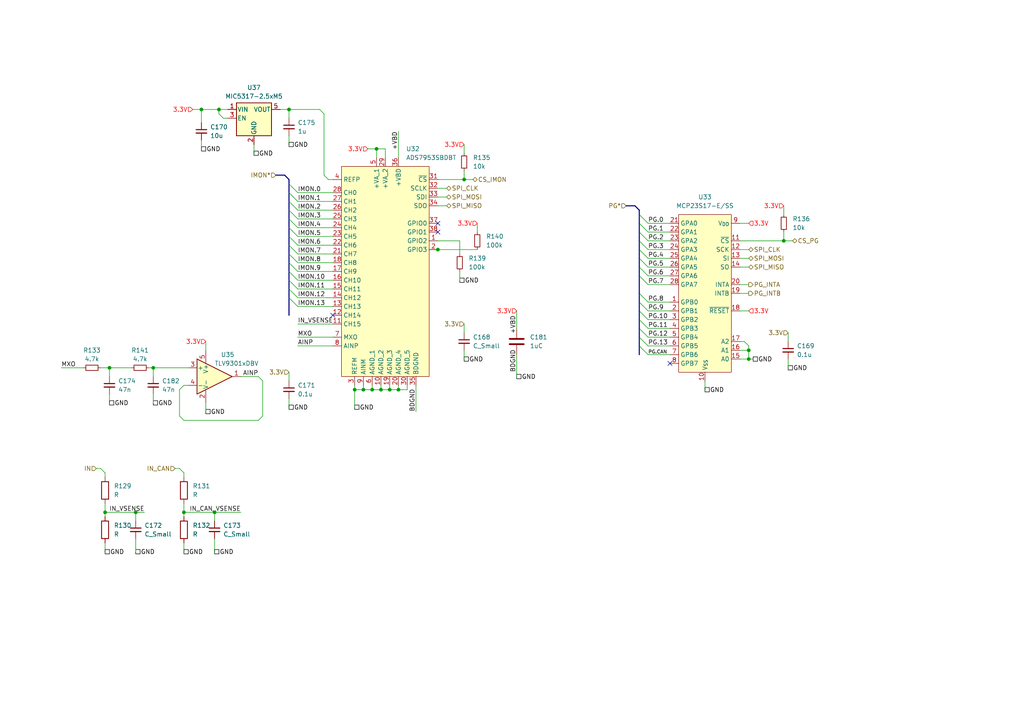
<source format=kicad_sch>
(kicad_sch (version 20231120) (generator "eeschema") (generator_version "8.0")
  (paper "A4")
  (lib_symbols
    (symbol "Amplifier_Operational:TLV9301xDBV" (pin_names (offset 0.127))
      (property "Reference" "U" (at -1.27 6.35 0))
      (property "Value" "TLV9301xDBV" (at -1.27 3.81 0))
      (symbol "TLV9301xDBV_0_1"
        (polyline (pts (xy -5.08 5.08) (xy 5.08 0) (xy -5.08 -5.08) (xy -5.08 5.08)) (stroke (width 0.254)) (fill (type background)))
        (pin power_in line (at -2.54 -7.62 90) (length 3.81) (name "V-") (number "2"))
        (pin power_in line (at -2.54 7.62 270) (length 3.81) (name "V+") (number "5"))
      )
      (symbol "TLV9301xDBV_1_1"
        (pin output line (at 7.62 0 180) (length 2.54) (name "~") (number "1"))
        (pin input line (at -7.62 2.54 0) (length 2.54) (name "+") (number "3"))
        (pin input line (at -7.62 -2.54 0) (length 2.54) (name "-") (number "4"))
      )
    )
    (symbol "Device:C" (pin_numbers hide) (pin_names (offset 0.254))
      (property "Reference" "C" (at 0.635 2.54 0))
      (property "Value" "C" (at 0.635 -2.54 0))
      (symbol "C_0_1"
        (polyline (pts (xy -2.032 -0.762) (xy 2.032 -0.762)) (stroke (width 0.508)))
        (polyline (pts (xy -2.032 0.762) (xy 2.032 0.762)) (stroke (width 0.508)))
      )
      (symbol "C_1_1"
        (pin passive line (at 0 3.81 270) (length 2.794) (name "~") (number "1"))
        (pin passive line (at 0 -3.81 90) (length 2.794) (name "~") (number "2"))
      )
    )
    (symbol "Device:C_Small" (pin_numbers hide) (pin_names (offset 0.254) hide)
      (property "Reference" "C" (at 0.254 1.778 0))
      (property "Value" "C_Small" (at 0.254 -2.032 0))
      (symbol "C_Small_0_1"
        (polyline (pts (xy -1.524 -0.508) (xy 1.524 -0.508)) (stroke (width 0.3302)))
        (polyline (pts (xy -1.524 0.508) (xy 1.524 0.508)) (stroke (width 0.3048)))
      )
      (symbol "C_Small_1_1"
        (pin passive line (at 0 2.54 270) (length 2.032) (name "~") (number "1"))
        (pin passive line (at 0 -2.54 90) (length 2.032) (name "~") (number "2"))
      )
    )
    (symbol "Device:R" (pin_numbers hide) (pin_names (offset 0))
      (property "Reference" "R" (at 2.032 0 90))
      (property "Value" "R" (at 0 0 90))
      (symbol "R_0_1"
        (rectangle (start -1.016 -2.54) (end 1.016 2.54) (stroke (width 0.254)))
      )
      (symbol "R_1_1"
        (pin passive line (at 0 3.81 270) (length 1.27) (name "~") (number "1"))
        (pin passive line (at 0 -3.81 90) (length 1.27) (name "~") (number "2"))
      )
    )
    (symbol "Device:R_Small" (pin_numbers hide) (pin_names (offset 0.254) hide)
      (property "Reference" "R" (at 0.762 0.508 0))
      (property "Value" "R_Small" (at 0.762 -1.016 0))
      (symbol "R_Small_0_1"
        (rectangle (start -0.762 1.778) (end 0.762 -1.778) (stroke (width 0.2032)))
      )
      (symbol "R_Small_1_1"
        (pin passive line (at 0 2.54 270) (length 0.762) (name "~") (number "1"))
        (pin passive line (at 0 -2.54 90) (length 0.762) (name "~") (number "2"))
      )
    )
    (symbol "PowerDistributionUnitLib:ADS7953SBDBT"
      (property "Reference" "U" (at -11.43 31.496 0))
      (property "Value" "ADS7953SBDBT" (at 12.7 31.496 0))
      (symbol "ADS7953SBDBT_1_1"
        (rectangle (start -12.7 30.48) (end 12.7 -30.48) (fill (type background)))
        (pin input line (at 15.24 8.89 180) (length 2.54) (name "GPIO2") (number "1"))
        (pin input line (at -1.27 -33.02 90) (length 2.54) (name "AGND_2") (number "10"))
        (pin input line (at -15.24 -15.24 0) (length 2.54) (name "CH15") (number "11"))
        (pin input line (at -15.24 -12.7 0) (length 2.54) (name "CH14") (number "12"))
        (pin input line (at -15.24 -10.16 0) (length 2.54) (name "CH13") (number "13"))
        (pin input line (at -15.24 -7.62 0) (length 2.54) (name "CH12") (number "14"))
        (pin input line (at -15.24 -5.08 0) (length 2.54) (name "CH11") (number "15"))
        (pin input line (at -15.24 -2.54 0) (length 2.54) (name "CH10") (number "16"))
        (pin input line (at -15.24 0 0) (length 2.54) (name "CH9") (number "17"))
        (pin input line (at -15.24 2.54 0) (length 2.54) (name "CH8") (number "18"))
        (pin input line (at 1.27 -33.02 90) (length 2.54) (name "AGND_3") (number "19"))
        (pin input line (at 15.24 6.35 180) (length 2.54) (name "GPIO3") (number "2"))
        (pin input line (at 3.81 -33.02 90) (length 2.54) (name "AGND_4") (number "20"))
        (pin input line (at -15.24 5.08 0) (length 2.54) (name "CH7") (number "21"))
        (pin input line (at -15.24 7.62 0) (length 2.54) (name "CH6") (number "22"))
        (pin input line (at -15.24 10.16 0) (length 2.54) (name "CH5") (number "23"))
        (pin input line (at -15.24 12.7 0) (length 2.54) (name "CH4") (number "24"))
        (pin input line (at -15.24 15.24 0) (length 2.54) (name "CH3") (number "25"))
        (pin input line (at -15.24 17.78 0) (length 2.54) (name "CH2") (number "26"))
        (pin input line (at -15.24 20.32 0) (length 2.54) (name "CH1") (number "27"))
        (pin input line (at -15.24 22.86 0) (length 2.54) (name "CH0") (number "28"))
        (pin input line (at 0 33.02 270) (length 2.54) (name "+VA_2") (number "29"))
        (pin input line (at -8.89 -33.02 90) (length 2.54) (name "REFM") (number "3"))
        (pin input line (at 6.35 -33.02 90) (length 2.54) (name "AGND_5") (number "30"))
        (pin input line (at 15.24 26.67 180) (length 2.54) (name "~{CS}") (number "31"))
        (pin input line (at 15.24 24.13 180) (length 2.54) (name "SCLK") (number "32"))
        (pin input line (at 15.24 21.59 180) (length 2.54) (name "SDI") (number "33"))
        (pin input line (at 15.24 19.05 180) (length 2.54) (name "SDO") (number "34"))
        (pin input line (at 8.89 -33.02 90) (length 2.54) (name "BDGND") (number "35"))
        (pin input line (at 3.81 33.02 270) (length 2.54) (name "+VBD") (number "36"))
        (pin input line (at 15.24 13.97 180) (length 2.54) (name "GPIO0") (number "37"))
        (pin input line (at 15.24 11.43 180) (length 2.54) (name "GPIO1") (number "38"))
        (pin input line (at -15.24 26.67 0) (length 2.54) (name "REFP") (number "4"))
        (pin input line (at -2.54 33.02 270) (length 2.54) (name "+VA_1") (number "5"))
        (pin input line (at -3.81 -33.02 90) (length 2.54) (name "AGND_1") (number "6"))
        (pin input line (at -15.24 -19.05 0) (length 2.54) (name "MXO") (number "7"))
        (pin input line (at -15.24 -21.59 0) (length 2.54) (name "AINP") (number "8"))
        (pin input line (at -6.35 -33.02 90) (length 2.54) (name "AINM") (number "9"))
      )
    )
    (symbol "PowerDistributionUnitLib:MCP23S17-E/SS"
      (property "Reference" "U" (at -7.112 23.876 0))
      (property "Value" "MCP23S17-E/SS" (at 4.572 23.876 0))
      (symbol "MCP23S17-E/SS_1_1"
        (rectangle (start -7.62 22.86) (end 7.62 -22.86) (fill (type background)))
        (pin input line (at 10.16 -2.54 180) (length 2.54) (name "GPB0") (number "1"))
        (pin input line (at 0 -25.4 90) (length 2.54) (name "V_{SS}") (number "10"))
        (pin input line (at -10.16 15.24 0) (length 2.54) (name "~{CS}") (number "11"))
        (pin input line (at -10.16 12.7 0) (length 2.54) (name "SCK") (number "12"))
        (pin input line (at -10.16 10.16 0) (length 2.54) (name "SI") (number "13"))
        (pin input line (at -10.16 7.62 0) (length 2.54) (name "SO") (number "14"))
        (pin input line (at -10.16 -19.05 0) (length 2.54) (name "A0") (number "15"))
        (pin input line (at -10.16 -16.51 0) (length 2.54) (name "A1") (number "16"))
        (pin input line (at -10.16 -13.97 0) (length 2.54) (name "A2") (number "17"))
        (pin input line (at -10.16 -5.08 0) (length 2.54) (name "~{RESET}") (number "18"))
        (pin input line (at -10.16 0 0) (length 2.54) (name "INTB") (number "19"))
        (pin input line (at 10.16 -5.08 180) (length 2.54) (name "GPB1") (number "2"))
        (pin input line (at -10.16 2.54 0) (length 2.54) (name "INTA") (number "20"))
        (pin input line (at 10.16 20.32 180) (length 2.54) (name "GPA0") (number "21"))
        (pin input line (at 10.16 17.78 180) (length 2.54) (name "GPA1") (number "22"))
        (pin input line (at 10.16 15.24 180) (length 2.54) (name "GPA2") (number "23"))
        (pin input line (at 10.16 12.7 180) (length 2.54) (name "GPA3") (number "24"))
        (pin input line (at 10.16 10.16 180) (length 2.54) (name "GPA4") (number "25"))
        (pin input line (at 10.16 7.62 180) (length 2.54) (name "GPA5") (number "26"))
        (pin input line (at 10.16 5.08 180) (length 2.54) (name "GPA6") (number "27"))
        (pin input line (at 10.16 2.54 180) (length 2.54) (name "GPA7") (number "28"))
        (pin input line (at 10.16 -7.62 180) (length 2.54) (name "GPB2") (number "3"))
        (pin input line (at 10.16 -10.16 180) (length 2.54) (name "GPB3") (number "4"))
        (pin input line (at 10.16 -12.7 180) (length 2.54) (name "GPB4") (number "5"))
        (pin input line (at 10.16 -15.24 180) (length 2.54) (name "GPB5") (number "6"))
        (pin input line (at 10.16 -17.78 180) (length 2.54) (name "GPB6") (number "7"))
        (pin input line (at 10.16 -20.32 180) (length 2.54) (name "GPB7") (number "8"))
        (pin input line (at -10.16 20.32 0) (length 2.54) (name "V_{DD}") (number "9"))
      )
    )
    (symbol "Regulator_Linear:MIC5317-2.5xM5" (pin_names (offset 0.254))
      (property "Reference" "U" (at -6.35 6.35 0))
      (property "Value" "MIC5317-2.5xM5" (at 0 6.35 0))
      (symbol "MIC5317-2.5xM5_0_1"
        (rectangle (start -5.08 4.445) (end 5.08 -5.08) (stroke (width 0.254)) (fill (type background)))
      )
      (symbol "MIC5317-2.5xM5_1_1"
        (pin power_in line (at -7.62 2.54 0) (length 2.54) (name "VIN") (number "1"))
        (pin power_in line (at 0 -7.62 90) (length 2.54) (name "GND") (number "2"))
        (pin input line (at -7.62 0 0) (length 2.54) (name "EN") (number "3"))
        (pin no_connect line (at 5.08 0 180) (length 2.54) hide (name "NC") (number "4"))
        (pin power_out line (at 7.62 2.54 180) (length 2.54) (name "VOUT") (number "5"))
      )
    )
  )
  (junction (at 44.45 106.68))
  (junction (at 39.37 148.59))
  (junction (at 63.5 31.75))
  (junction (at 62.23 148.59))
  (junction (at 217.17 101.6))
  (junction (at 83.82 31.75))
  (junction (at 134.62 52.07))
  (junction (at 217.17 104.14))
  (junction (at 109.22 43.18))
  (junction (at 127 72.39))
  (junction (at 53.34 148.59))
  (junction (at 58.42 31.75))
  (junction (at 115.57 113.03))
  (junction (at 107.95 113.03))
  (junction (at 31.75 106.68))
  (junction (at 105.41 113.03))
  (junction (at 102.87 113.03))
  (junction (at 227.33 69.85))
  (junction (at 110.49 113.03))
  (junction (at 113.03 113.03))
  (junction (at 30.48 148.59))
  (no_connect (at 127 64.77))
  (no_connect (at 96.52 91.44))
  (no_connect (at 127 67.31))
  (no_connect (at 194.31 105.41))
  (bus_entry (at 185.42 97.79) (size 2.54 2.54))
  (bus_entry (at 185.42 92.71) (size 2.54 2.54))
  (bus_entry (at 83.82 60.96) (size 2.54 2.54))
  (bus_entry (at 185.42 80.01) (size 2.54 2.54))
  (bus_entry (at 83.82 63.5) (size 2.54 2.54))
  (bus_entry (at 185.42 100.33) (size 2.54 2.54))
  (bus_entry (at 185.42 62.23) (size 2.54 2.54))
  (bus_entry (at 83.82 86.36) (size 2.54 2.54))
  (bus_entry (at 185.42 67.31) (size 2.54 2.54))
  (bus_entry (at 83.82 83.82) (size 2.54 2.54))
  (bus_entry (at 185.42 64.77) (size 2.54 2.54))
  (bus_entry (at 185.42 90.17) (size 2.54 2.54))
  (bus_entry (at 83.82 53.34) (size 2.54 2.54))
  (bus_entry (at 83.82 73.66) (size 2.54 2.54))
  (bus_entry (at 83.82 66.04) (size 2.54 2.54))
  (bus_entry (at 83.82 68.58) (size 2.54 2.54))
  (bus_entry (at 185.42 77.47) (size 2.54 2.54))
  (bus_entry (at 83.82 76.2) (size 2.54 2.54))
  (bus_entry (at 185.42 95.25) (size 2.54 2.54))
  (bus_entry (at 83.82 55.88) (size 2.54 2.54))
  (bus_entry (at 185.42 87.63) (size 2.54 2.54))
  (bus_entry (at 83.82 58.42) (size 2.54 2.54))
  (bus_entry (at 185.42 72.39) (size 2.54 2.54))
  (bus_entry (at 185.42 69.85) (size 2.54 2.54))
  (bus_entry (at 185.42 74.93) (size 2.54 2.54))
  (bus_entry (at 185.42 85.09) (size 2.54 2.54))
  (bus_entry (at 83.82 71.12) (size 2.54 2.54))
  (bus_entry (at 83.82 81.28) (size 2.54 2.54))
  (bus_entry (at 83.82 78.74) (size 2.54 2.54))
  (wire (pts (xy 74.93 109.22) (xy 76.2 110.49)))
  (wire (pts (xy 83.82 31.75) (xy 92.71 31.75)))
  (wire (pts (xy 214.63 64.77) (xy 217.17 64.77)))
  (wire (pts (xy 134.62 93.98) (xy 134.62 96.52)))
  (bus (pts (xy 185.42 90.17) (xy 185.42 92.71)))
  (wire (pts (xy 29.21 106.68) (xy 31.75 106.68)))
  (wire (pts (xy 50.8 135.89) (xy 52.07 135.89)))
  (wire (pts (xy 63.5 31.75) (xy 66.04 31.75)))
  (bus (pts (xy 185.42 67.31) (xy 185.42 69.85)))
  (wire (pts (xy 86.36 81.28) (xy 96.52 81.28)))
  (wire (pts (xy 194.31 67.31) (xy 187.96 67.31)))
  (wire (pts (xy 58.42 40.64) (xy 58.42 43.18)))
  (wire (pts (xy 53.34 148.59) (xy 62.23 148.59)))
  (wire (pts (xy 59.69 99.06) (xy 59.69 101.6)))
  (wire (pts (xy 109.22 45.72) (xy 109.22 43.18)))
  (wire (pts (xy 194.31 90.17) (xy 187.96 90.17)))
  (bus (pts (xy 185.42 60.96) (xy 185.42 62.23)))
  (wire (pts (xy 214.63 72.39) (xy 217.17 72.39)))
  (wire (pts (xy 69.85 109.22) (xy 74.93 109.22)))
  (wire (pts (xy 73.66 44.45) (xy 73.66 41.91)))
  (wire (pts (xy 17.78 106.68) (xy 24.13 106.68)))
  (wire (pts (xy 74.93 121.92) (xy 76.2 120.65)))
  (wire (pts (xy 83.82 107.95) (xy 83.82 110.49)))
  (wire (pts (xy 217.17 101.6) (xy 217.17 104.14)))
  (wire (pts (xy 214.63 74.93) (xy 217.17 74.93)))
  (wire (pts (xy 133.35 78.74) (xy 133.35 81.28)))
  (wire (pts (xy 194.31 97.79) (xy 187.96 97.79)))
  (wire (pts (xy 95.25 52.07) (xy 96.52 52.07)))
  (wire (pts (xy 53.34 137.16) (xy 53.34 138.43)))
  (wire (pts (xy 102.87 113.03) (xy 102.87 118.11)))
  (wire (pts (xy 124.46 72.39) (xy 127 72.39)))
  (wire (pts (xy 194.31 72.39) (xy 187.96 72.39)))
  (wire (pts (xy 127 57.15) (xy 129.54 57.15)))
  (bus (pts (xy 83.82 71.12) (xy 83.82 73.66)))
  (wire (pts (xy 115.57 113.03) (xy 118.11 113.03)))
  (wire (pts (xy 83.82 115.57) (xy 83.82 118.11)))
  (wire (pts (xy 86.36 71.12) (xy 96.52 71.12)))
  (wire (pts (xy 27.94 135.89) (xy 29.21 135.89)))
  (bus (pts (xy 83.82 76.2) (xy 83.82 78.74)))
  (bus (pts (xy 82.55 50.8) (xy 83.82 52.07)))
  (wire (pts (xy 95.25 52.07) (xy 93.98 50.8)))
  (wire (pts (xy 86.36 58.42) (xy 96.52 58.42)))
  (bus (pts (xy 83.82 55.88) (xy 83.82 58.42)))
  (bus (pts (xy 83.82 63.5) (xy 83.82 66.04)))
  (wire (pts (xy 59.69 119.38) (xy 59.69 116.84)))
  (wire (pts (xy 107.95 111.76) (xy 107.95 113.03)))
  (wire (pts (xy 217.17 104.14) (xy 218.44 104.14)))
  (wire (pts (xy 194.31 77.47) (xy 187.96 77.47)))
  (wire (pts (xy 134.62 101.6) (xy 134.62 104.14)))
  (wire (pts (xy 194.31 74.93) (xy 187.96 74.93)))
  (wire (pts (xy 110.49 113.03) (xy 113.03 113.03)))
  (wire (pts (xy 120.65 119.38) (xy 120.65 111.76)))
  (wire (pts (xy 204.47 110.49) (xy 204.47 113.03)))
  (bus (pts (xy 185.42 69.85) (xy 185.42 72.39)))
  (wire (pts (xy 86.36 100.33) (xy 96.52 100.33)))
  (wire (pts (xy 86.36 78.74) (xy 96.52 78.74)))
  (wire (pts (xy 83.82 39.37) (xy 83.82 41.91)))
  (bus (pts (xy 185.42 62.23) (xy 185.42 64.77)))
  (wire (pts (xy 113.03 111.76) (xy 113.03 113.03)))
  (bus (pts (xy 185.42 85.09) (xy 185.42 87.63)))
  (wire (pts (xy 109.22 43.18) (xy 111.76 43.18)))
  (wire (pts (xy 52.07 120.65) (xy 53.34 121.92)))
  (wire (pts (xy 194.31 102.87) (xy 187.96 102.87)))
  (wire (pts (xy 115.57 38.1) (xy 115.57 45.72)))
  (wire (pts (xy 127 52.07) (xy 134.62 52.07)))
  (wire (pts (xy 187.96 64.77) (xy 194.31 64.77)))
  (wire (pts (xy 39.37 156.21) (xy 39.37 160.02)))
  (wire (pts (xy 30.48 148.59) (xy 39.37 148.59)))
  (bus (pts (xy 185.42 95.25) (xy 185.42 97.79)))
  (bus (pts (xy 83.82 58.42) (xy 83.82 60.96)))
  (wire (pts (xy 127 54.61) (xy 129.54 54.61)))
  (wire (pts (xy 52.07 135.89) (xy 53.34 137.16)))
  (wire (pts (xy 53.34 157.48) (xy 53.34 160.02)))
  (wire (pts (xy 215.9 99.06) (xy 217.17 100.33)))
  (wire (pts (xy 30.48 157.48) (xy 30.48 160.02)))
  (wire (pts (xy 31.75 106.68) (xy 31.75 109.22)))
  (wire (pts (xy 214.63 69.85) (xy 227.33 69.85)))
  (wire (pts (xy 83.82 31.75) (xy 83.82 34.29)))
  (wire (pts (xy 214.63 82.55) (xy 217.17 82.55)))
  (wire (pts (xy 62.23 156.21) (xy 62.23 160.02)))
  (wire (pts (xy 110.49 111.76) (xy 110.49 113.03)))
  (wire (pts (xy 39.37 148.59) (xy 41.91 148.59)))
  (wire (pts (xy 53.34 146.05) (xy 53.34 148.59)))
  (wire (pts (xy 43.18 106.68) (xy 44.45 106.68)))
  (wire (pts (xy 134.62 41.91) (xy 134.62 44.45)))
  (wire (pts (xy 39.37 148.59) (xy 39.37 151.13)))
  (wire (pts (xy 44.45 106.68) (xy 44.45 109.22)))
  (wire (pts (xy 62.23 148.59) (xy 62.23 151.13)))
  (bus (pts (xy 80.01 50.8) (xy 82.55 50.8)))
  (bus (pts (xy 185.42 74.93) (xy 185.42 77.47)))
  (wire (pts (xy 194.31 69.85) (xy 187.96 69.85)))
  (wire (pts (xy 86.36 73.66) (xy 96.52 73.66)))
  (wire (pts (xy 30.48 146.05) (xy 30.48 148.59)))
  (wire (pts (xy 86.36 68.58) (xy 96.52 68.58)))
  (wire (pts (xy 53.34 111.76) (xy 54.61 111.76)))
  (wire (pts (xy 102.87 113.03) (xy 105.41 113.03)))
  (wire (pts (xy 107.95 113.03) (xy 110.49 113.03)))
  (wire (pts (xy 63.5 31.75) (xy 63.5 33.02)))
  (bus (pts (xy 185.42 92.71) (xy 185.42 95.25)))
  (wire (pts (xy 194.31 80.01) (xy 187.96 80.01)))
  (bus (pts (xy 83.82 53.34) (xy 83.82 55.88)))
  (wire (pts (xy 214.63 90.17) (xy 217.17 90.17)))
  (wire (pts (xy 118.11 111.76) (xy 118.11 113.03)))
  (bus (pts (xy 83.82 78.74) (xy 83.82 81.28)))
  (wire (pts (xy 133.35 69.85) (xy 133.35 73.66)))
  (wire (pts (xy 30.48 137.16) (xy 30.48 138.43)))
  (wire (pts (xy 194.31 82.55) (xy 187.96 82.55)))
  (wire (pts (xy 113.03 113.03) (xy 115.57 113.03)))
  (wire (pts (xy 194.31 92.71) (xy 187.96 92.71)))
  (wire (pts (xy 194.31 95.25) (xy 187.96 95.25)))
  (wire (pts (xy 228.6 104.14) (xy 228.6 106.68)))
  (wire (pts (xy 227.33 69.85) (xy 229.87 69.85)))
  (wire (pts (xy 93.98 33.02) (xy 92.71 31.75)))
  (bus (pts (xy 83.82 60.96) (xy 83.82 63.5)))
  (wire (pts (xy 30.48 148.59) (xy 30.48 149.86)))
  (wire (pts (xy 127 59.69) (xy 129.54 59.69)))
  (wire (pts (xy 194.31 100.33) (xy 187.96 100.33)))
  (wire (pts (xy 214.63 77.47) (xy 217.17 77.47)))
  (wire (pts (xy 31.75 106.68) (xy 38.1 106.68)))
  (wire (pts (xy 214.63 85.09) (xy 217.17 85.09)))
  (wire (pts (xy 86.36 88.9) (xy 96.52 88.9)))
  (wire (pts (xy 227.33 59.69) (xy 227.33 62.23)))
  (bus (pts (xy 83.82 66.04) (xy 83.82 68.58)))
  (wire (pts (xy 149.86 90.17) (xy 149.86 95.25)))
  (bus (pts (xy 83.82 86.36) (xy 83.82 91.44)))
  (wire (pts (xy 227.33 67.31) (xy 227.33 69.85)))
  (bus (pts (xy 185.42 100.33) (xy 185.42 102.87)))
  (wire (pts (xy 214.63 99.06) (xy 215.9 99.06)))
  (wire (pts (xy 86.36 86.36) (xy 96.52 86.36)))
  (wire (pts (xy 53.34 148.59) (xy 53.34 149.86)))
  (wire (pts (xy 217.17 100.33) (xy 217.17 101.6)))
  (bus (pts (xy 83.82 52.07) (xy 83.82 53.34)))
  (wire (pts (xy 134.62 52.07) (xy 137.16 52.07)))
  (wire (pts (xy 76.2 110.49) (xy 76.2 120.65)))
  (wire (pts (xy 102.87 111.76) (xy 102.87 113.03)))
  (wire (pts (xy 86.36 66.04) (xy 96.52 66.04)))
  (wire (pts (xy 44.45 106.68) (xy 54.61 106.68)))
  (wire (pts (xy 86.36 93.98) (xy 96.52 93.98)))
  (wire (pts (xy 214.63 101.6) (xy 217.17 101.6)))
  (bus (pts (xy 185.42 77.47) (xy 185.42 80.01)))
  (bus (pts (xy 185.42 80.01) (xy 185.42 85.09)))
  (wire (pts (xy 86.36 60.96) (xy 96.52 60.96)))
  (wire (pts (xy 86.36 97.79) (xy 96.52 97.79)))
  (wire (pts (xy 127 69.85) (xy 133.35 69.85)))
  (wire (pts (xy 127 72.39) (xy 138.43 72.39)))
  (wire (pts (xy 62.23 148.59) (xy 69.85 148.59)))
  (bus (pts (xy 185.42 97.79) (xy 185.42 100.33)))
  (wire (pts (xy 86.36 63.5) (xy 96.52 63.5)))
  (wire (pts (xy 115.57 111.76) (xy 115.57 113.03)))
  (wire (pts (xy 53.34 111.76) (xy 52.07 113.03)))
  (wire (pts (xy 149.86 102.87) (xy 149.86 109.22)))
  (bus (pts (xy 185.42 64.77) (xy 185.42 67.31)))
  (wire (pts (xy 44.45 116.84) (xy 44.45 114.3)))
  (bus (pts (xy 184.15 59.69) (xy 185.42 60.96)))
  (wire (pts (xy 86.36 83.82) (xy 96.52 83.82)))
  (wire (pts (xy 64.77 34.29) (xy 63.5 33.02)))
  (wire (pts (xy 64.77 34.29) (xy 66.04 34.29)))
  (bus (pts (xy 181.61 59.69) (xy 184.15 59.69)))
  (wire (pts (xy 105.41 111.76) (xy 105.41 113.03)))
  (bus (pts (xy 83.82 83.82) (xy 83.82 86.36)))
  (bus (pts (xy 83.82 73.66) (xy 83.82 76.2)))
  (wire (pts (xy 29.21 135.89) (xy 30.48 137.16)))
  (wire (pts (xy 106.68 43.18) (xy 109.22 43.18)))
  (wire (pts (xy 138.43 64.77) (xy 138.43 67.31)))
  (bus (pts (xy 185.42 87.63) (xy 185.42 90.17)))
  (wire (pts (xy 53.34 121.92) (xy 74.93 121.92)))
  (bus (pts (xy 83.82 81.28) (xy 83.82 83.82)))
  (wire (pts (xy 58.42 31.75) (xy 58.42 35.56)))
  (wire (pts (xy 111.76 43.18) (xy 111.76 45.72)))
  (wire (pts (xy 93.98 50.8) (xy 93.98 33.02)))
  (wire (pts (xy 52.07 113.03) (xy 52.07 120.65)))
  (bus (pts (xy 185.42 72.39) (xy 185.42 74.93)))
  (wire (pts (xy 134.62 49.53) (xy 134.62 52.07)))
  (wire (pts (xy 214.63 104.14) (xy 217.17 104.14)))
  (wire (pts (xy 58.42 31.75) (xy 63.5 31.75)))
  (wire (pts (xy 31.75 116.84) (xy 31.75 114.3)))
  (wire (pts (xy 105.41 113.03) (xy 107.95 113.03)))
  (wire (pts (xy 86.36 76.2) (xy 96.52 76.2)))
  (wire (pts (xy 86.36 55.88) (xy 96.52 55.88)))
  (wire (pts (xy 228.6 96.52) (xy 228.6 99.06)))
  (wire (pts (xy 81.28 31.75) (xy 83.82 31.75)))
  (wire (pts (xy 55.88 31.75) (xy 58.42 31.75)))
  (bus (pts (xy 83.82 68.58) (xy 83.82 71.12)))
  (wire (pts (xy 194.31 87.63) (xy 187.96 87.63)))
  (label "MXO" (at 17.78 106.68 0))
  (label "PG.3" (at 187.96 72.39 0))
  (label "MXO" (at 86.36 97.79 0))
  (label "AINP" (at 74.93 109.22 180))
  (label "IMON.5" (at 86.36 68.58 0))
  (label "PG.5" (at 187.96 77.47 0))
  (label "IMON.6" (at 86.36 71.12 0))
  (label "+VBD" (at 149.86 91.44 270))
  (label "+VBD" (at 115.57 38.1 270))
  (label "PG.12" (at 187.96 97.79 0))
  (label "IMON.8" (at 86.36 76.2 0))
  (label "PG.10" (at 187.96 92.71 0))
  (label "IMON.2" (at 86.36 60.96 0))
  (label "IMON.1" (at 86.36 58.42 0))
  (label "IMON.4" (at 86.36 66.04 0))
  (label "PG.4" (at 187.96 74.93 0))
  (label "PG.6" (at 187.96 80.01 0))
  (label "PG.2" (at 187.96 69.85 0))
  (label "PG.0" (at 187.96 64.77 0))
  (label "PG.7" (at 187.96 82.55 0))
  (label "PG.CAN" (at 187.96 102.87 0) (effects (font (size 1 1))))
  (label "IMON.11" (at 86.36 83.82 0))
  (label "IMON.9" (at 86.36 78.74 0))
  (label "PG.8" (at 187.96 87.63 0))
  (label "PG.1" (at 187.96 67.31 0))
  (label "IMON.13" (at 86.36 88.9 0))
  (label "BDGND" (at 120.65 119.38 90))
  (label "PG.11" (at 187.96 95.25 0))
  (label "BDGND" (at 149.86 107.95 90))
  (label "IMON.0" (at 86.36 55.88 0))
  (label "IN_VSENSE" (at 41.91 148.59 180))
  (label "PG.13" (at 187.96 100.33 0))
  (label "IMON.12" (at 86.36 86.36 0))
  (label "IMON.7" (at 86.36 73.66 0))
  (label "IMON.3" (at 86.36 63.5 0))
  (label "PG.9" (at 187.96 90.17 0))
  (label "IMON.10" (at 86.36 81.28 0))
  (label "IN_VSENSE" (at 86.36 93.98 0))
  (label "AINP" (at 86.36 100.33 0))
  (label "IN_CAN_VSENSE" (at 69.85 148.59 180))
  (hierarchical_label "3.3V" (shape input) (at 149.86 90.17 180))
  (hierarchical_label "SPI_MOSI" (shape bidirectional) (at 217.17 74.93 0))
  (hierarchical_label "IN" (shape input) (at 27.94 135.89 180))
  (hierarchical_label "GND" (shape passive) (at 149.86 109.22 0))
  (hierarchical_label "SPI_MISO" (shape bidirectional) (at 129.54 59.69 0))
  (hierarchical_label "3.3V" (shape input) (at 138.43 64.77 180))
  (hierarchical_label "GND" (shape passive) (at 133.35 81.28 0))
  (hierarchical_label "CS_IMON" (shape bidirectional) (at 137.16 52.07 0))
  (hierarchical_label "GND" (shape passive) (at 31.75 116.84 0))
  (hierarchical_label "PG*" (shape input) (at 181.61 59.69 180))
  (hierarchical_label "SPI_MISO" (shape bidirectional) (at 217.17 77.47 0))
  (hierarchical_label "GND" (shape passive) (at 218.44 104.14 0))
  (hierarchical_label "GND" (shape passive) (at 134.62 104.14 0))
  (hierarchical_label "3.3V" (shape input) (at 217.17 90.17 0))
  (hierarchical_label "3.3V" (shape input) (at 228.6 96.52 180))
  (hierarchical_label "3.3V" (shape input) (at 134.62 41.91 180))
  (hierarchical_label "3.3V" (shape input) (at 227.33 59.69 180))
  (hierarchical_label "GND" (shape passive) (at 83.82 41.91 0))
  (hierarchical_label "GND" (shape passive) (at 83.82 118.11 0))
  (hierarchical_label "3.3V" (shape input) (at 55.88 31.75 180))
  (hierarchical_label "SPI_CLK" (shape bidirectional) (at 217.17 72.39 0))
  (hierarchical_label "GND" (shape passive) (at 39.37 160.02 0))
  (hierarchical_label "GND" (shape passive) (at 73.66 44.45 0))
  (hierarchical_label "PG_INTA" (shape output) (at 217.17 82.55 0))
  (hierarchical_label "3.3V" (shape input) (at 217.17 64.77 0))
  (hierarchical_label "SPI_MOSI" (shape bidirectional) (at 129.54 57.15 0))
  (hierarchical_label "PG_INTB" (shape output) (at 217.17 85.09 0))
  (hierarchical_label "GND" (shape passive) (at 53.34 160.02 0))
  (hierarchical_label "GND" (shape passive) (at 30.48 160.02 0))
  (hierarchical_label "3.3V" (shape input) (at 83.82 107.95 180))
  (hierarchical_label "GND" (shape passive) (at 59.69 119.38 0))
  (hierarchical_label "3.3V" (shape input) (at 134.62 93.98 180))
  (hierarchical_label "GND" (shape passive) (at 204.47 113.03 0))
  (hierarchical_label "3.3V" (shape input) (at 106.68 43.18 180))
  (hierarchical_label "CS_PG" (shape bidirectional) (at 229.87 69.85 0))
  (hierarchical_label "3.3V" (shape input) (at 59.69 99.06 180))
  (hierarchical_label "IN_CAN" (shape input) (at 50.8 135.89 180))
  (hierarchical_label "GND" (shape passive) (at 44.45 116.84 0))
  (hierarchical_label "IMON*" (shape input) (at 80.01 50.8 180))
  (hierarchical_label "GND" (shape passive) (at 102.87 118.11 0))
  (hierarchical_label "GND" (shape passive) (at 62.23 160.02 0))
  (hierarchical_label "SPI_CLK" (shape bidirectional) (at 129.54 54.61 0))
  (hierarchical_label "GND" (shape passive) (at 228.6 106.68 0))
  (hierarchical_label "GND" (shape passive) (at 58.42 43.18 0))
  (symbol (lib_id "Device:C_Small") (at 83.82 36.83 0) (unit 1)
    (property "Reference" "C175" (at 86.36 35.5662 0) (effects (justify left)))
    (property "Value" "1u" (at 86.36 38.1062 0) (effects (justify left)))
    (property "Description" "Unpolarized capacitor, small symbol" (effects (hide yes)))
  )
  (symbol (lib_id "Device:C_Small") (at 134.62 99.06 0) (unit 1)
    (property "Reference" "C168" (at 137.16 97.7962 0) (effects (justify left)))
    (property "Value" "C_Small" (at 137.16 100.3362 0) (effects (justify left)))
    (property "Description" "Unpolarized capacitor, small symbol" (effects (hide yes)))
  )
  (symbol (lib_id "Device:C_Small") (at 228.6 101.6 0) (unit 1)
    (property "Reference" "C169" (at 231.14 100.3362 0) (effects (justify left)))
    (property "Value" "0.1u" (at 231.14 102.8762 0) (effects (justify left)))
    (property "Description" "Unpolarized capacitor, small symbol" (effects (hide yes)))
  )
  (symbol (lib_id "Device:R") (at 53.34 153.67 0) (unit 1)
    (property "Reference" "R132" (at 55.88 152.3999 0) (effects (justify left)))
    (property "Value" "R" (at 55.88 154.9399 0) (effects (justify left)))
    (property "Description" "Resistor" (effects (hide yes)))
  )
  (symbol (lib_id "Device:C") (at 149.86 99.06 0) (unit 1)
    (property "Reference" "C181" (at 153.67 97.7899 0) (effects (justify left)))
    (property "Value" "1uC" (at 153.67 100.3299 0) (effects (justify left)))
    (property "Description" "Unpolarized capacitor" (effects (hide yes)))
  )
  (symbol (lib_id "Device:R_Small") (at 227.33 64.77 0) (unit 1)
    (property "Reference" "R136" (at 229.87 63.4999 0) (effects (justify left)))
    (property "Value" "10k" (at 229.87 66.0399 0) (effects (justify left)))
    (property "Description" "Resistor, small symbol" (effects (hide yes)))
  )
  (symbol (lib_id "Device:R") (at 30.48 142.24 0) (unit 1)
    (property "Reference" "R129" (at 33.02 140.9699 0) (effects (justify left)))
    (property "Value" "R" (at 33.02 143.5099 0) (effects (justify left)))
    (property "Description" "Resistor" (effects (hide yes)))
  )
  (symbol (lib_id "Device:R") (at 53.34 142.24 0) (unit 1)
    (property "Reference" "R131" (at 55.88 140.9699 0) (effects (justify left)))
    (property "Value" "R" (at 55.88 143.5099 0) (effects (justify left)))
    (property "Description" "Resistor" (effects (hide yes)))
  )
  (symbol (lib_id "Regulator_Linear:MIC5317-2.5xM5") (at 73.66 34.29 0) (unit 1)
    (property "Reference" "U37" (at 73.66 25.4 0))
    (property "Value" "MIC5317-2.5xM5" (at 73.66 27.94 0))
    (property "Footprint" "Package_TO_SOT_SMD:SOT-23-5" (effects (hide yes)))
    (property "Datasheet" "https://ww1.microchip.com/downloads/aemDocuments/documents/OTH/ProductDocuments/DataSheets/MIC5317-High-Performance-Single-150mA-LDO-DS20006195B.pdf" (effects (hide yes)))
    (property "Description" "150mA Low-dropout Voltage Regulator, Vout 2.5V, Vin up to 6V, SOT23-5" (effects (hide yes)))
  )
  (symbol (lib_id "Device:C_Small") (at 62.23 153.67 0) (unit 1)
    (property "Reference" "C173" (at 64.77 152.4062 0) (effects (justify left)))
    (property "Value" "C_Small" (at 64.77 154.9462 0) (effects (justify left)))
    (property "Description" "Unpolarized capacitor, small symbol" (effects (hide yes)))
  )
  (symbol (lib_id "Device:C_Small") (at 39.37 153.67 0) (unit 1)
    (property "Reference" "C172" (at 41.91 152.4062 0) (effects (justify left)))
    (property "Value" "C_Small" (at 41.91 154.9462 0) (effects (justify left)))
    (property "Description" "Unpolarized capacitor, small symbol" (effects (hide yes)))
  )
  (symbol (lib_id "Device:C_Small") (at 58.42 38.1 0) (unit 1)
    (property "Reference" "C170" (at 60.96 36.8362 0) (effects (justify left)))
    (property "Value" "10u" (at 60.96 39.3762 0) (effects (justify left)))
    (property "Description" "Unpolarized capacitor, small symbol" (effects (hide yes)))
  )
  (symbol (lib_id "Device:C_Small") (at 44.45 111.76 0) (unit 1)
    (property "Reference" "C182" (at 46.99 110.4962 0) (effects (justify left)))
    (property "Value" "47n" (at 46.99 113.0362 0) (effects (justify left)))
    (property "Description" "Unpolarized capacitor, small symbol" (effects (hide yes)))
  )
  (symbol (lib_id "Device:R_Small") (at 133.35 76.2 0) (unit 1)
    (property "Reference" "R139" (at 135.89 74.9299 0) (effects (justify left)))
    (property "Value" "100k" (at 135.89 77.4699 0) (effects (justify left)))
    (property "Description" "Resistor, small symbol" (effects (hide yes)))
  )
  (symbol (lib_id "PowerDistributionUnitLib:ADS7953SBDBT") (at 111.76 78.74 0) (unit 1)
    (property "Reference" "U32" (at 117.7641 43.18 0) (effects (justify left)))
    (property "Value" "ADS7953SBDBT" (at 117.7641 45.72 0) (effects (justify left)))
    (property "Footprint" "Package_SO:TSSOP-38_4.4x9.7mm_P0.5mm" (effects (hide yes)))
    (property "Datasheet" "https://www.ti.com/lit/ds/symlink/ads7953.pdf?ts=1728750498573&ref_url=https%253A%252F%252Fwww.ti.com%252Fproduct%252FADS7953%252Fpart-details%252FADS7953SBDBT" (effects (hide yes)))
  )
  (symbol (lib_id "Device:R_Small") (at 138.43 69.85 0) (unit 1)
    (property "Reference" "R140" (at 140.97 68.5799 0) (effects (justify left)))
    (property "Value" "100k" (at 140.97 71.1199 0) (effects (justify left)))
    (property "Description" "Resistor, small symbol" (effects (hide yes)))
  )
  (symbol (lib_id "PowerDistributionUnitLib:MCP23S17-E/SS") (at 204.47 85.09 0) (mirror y) (unit 1)
    (property "Reference" "U33" (at 204.47 57.15 0))
    (property "Value" "MCP23S17-E/SS" (at 204.47 59.69 0))
    (property "Footprint" "Package_SO:SSOP-28_5.3x10.2mm_P0.65mm" (effects (hide yes)))
    (property "Datasheet" "${KIPRJMOD}/lib/docs/MCP23017-Data-Sheet-DS20001952-1.pdf" (effects (hide yes)))
  )
  (symbol (lib_id "Device:R_Small") (at 40.64 106.68 90) (unit 1)
    (property "Reference" "R141" (at 40.64 101.6 90))
    (property "Value" "4.7k" (at 40.64 104.14 90))
    (property "Description" "Resistor, small symbol" (effects (hide yes)))
  )
  (symbol (lib_id "Device:C_Small") (at 31.75 111.76 0) (unit 1)
    (property "Reference" "C174" (at 34.29 110.4962 0) (effects (justify left)))
    (property "Value" "47n" (at 34.29 113.0362 0) (effects (justify left)))
    (property "Description" "Unpolarized capacitor, small symbol" (effects (hide yes)))
  )
  (symbol (lib_id "Device:R_Small") (at 26.67 106.68 90) (unit 1)
    (property "Reference" "R133" (at 26.67 101.6 90))
    (property "Value" "4.7k" (at 26.67 104.14 90))
    (property "Description" "Resistor, small symbol" (effects (hide yes)))
  )
  (symbol (lib_id "Device:C_Small") (at 83.82 113.03 0) (unit 1)
    (property "Reference" "C171" (at 86.36 111.7662 0) (effects (justify left)))
    (property "Value" "0.1u" (at 86.36 114.3062 0) (effects (justify left)))
    (property "Description" "Unpolarized capacitor, small symbol" (effects (hide yes)))
  )
  (symbol (lib_id "Device:R") (at 30.48 153.67 0) (unit 1)
    (property "Reference" "R130" (at 33.02 152.3999 0) (effects (justify left)))
    (property "Value" "R" (at 33.02 154.9399 0) (effects (justify left)))
    (property "Description" "Resistor" (effects (hide yes)))
  )
  (symbol (lib_id "Device:R_Small") (at 134.62 46.99 0) (unit 1)
    (property "Reference" "R135" (at 137.16 45.7199 0) (effects (justify left)))
    (property "Value" "10k" (at 137.16 48.2599 0) (effects (justify left)))
    (property "Description" "Resistor, small symbol" (effects (hide yes)))
  )
  (symbol (lib_id "Amplifier_Operational:TLV9301xDBV") (at 62.23 109.22 0) (unit 1)
    (property "Reference" "U35" (at 66.04 102.87 0))
    (property "Value" "TLV9301xDBV" (at 62.23 105.41 0) (effects (justify left)))
    (property "Footprint" "Package_TO_SOT_SMD:SOT-23-5" (effects (hide yes)))
    (property "Datasheet" "https://www.ti.com/lit/ds/symlink/tlv9301.pdf" (effects (hide yes)))
    (property "Description" "40-V, 1-MHz, RRO Operational Amplifiers for Cost-Sensitive Systems, SOT-23-5" (effects (hide yes)))
  )
)
</source>
